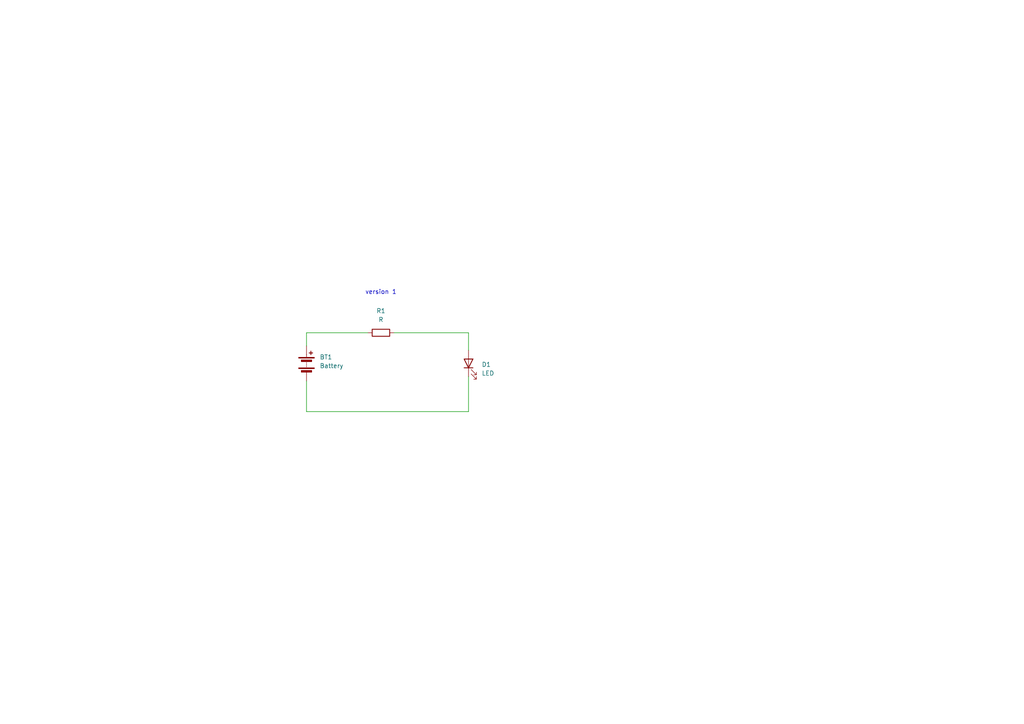
<source format=kicad_sch>
(kicad_sch (version 20250114) (generator "eeschema") (generator_version "9.0")
  (paper "A4")
  (lib_symbols
    (symbol "Device:Battery" (pin_numbers (hide yes)) (pin_names (offset 0) (hide yes))
      (property "Reference" "BT" (at 2.54 2.54 0))
      (property "Value" "Battery" (at 2.54 0 0))
      (symbol "Battery_0_1"
        (rectangle (start -2.286 1.778) (end 2.286 1.524) (fill (type outline)))
        (rectangle (start -2.286 -1.27) (end 2.286 -1.524) (fill (type outline)))
        (rectangle (start -1.524 1.016) (end 1.524 0.508) (fill (type outline)))
        (rectangle (start -1.524 -2.032) (end 1.524 -2.54) (fill (type outline)))
        (polyline (pts (xy 0 1.778) (xy 0 2.54)))
        (polyline (pts (xy 0 0) (xy 0 0.254)))
        (polyline (pts (xy 0 -0.508) (xy 0 -0.254)))
        (polyline (pts (xy 0 -1.016) (xy 0 -0.762)))
        (polyline (pts (xy 0.762 3.048) (xy 1.778 3.048)) (stroke (width 0.254)))
        (polyline (pts (xy 1.27 3.556) (xy 1.27 2.54)) (stroke (width 0.254)))
      )
      (symbol "Battery_1_1"
        (pin passive line (at 0 5.08 270) (length 2.54) (name "+") (number "1"))
        (pin passive line (at 0 -5.08 90) (length 2.54) (name "-") (number "2"))
      )
    )
    (symbol "Device:LED" (pin_numbers (hide yes)) (pin_names (offset 1.016) (hide yes))
      (property "Reference" "D" (at 0 2.54 0))
      (property "Value" "LED" (at 0 -2.54 0))
      (symbol "LED_0_1"
        (polyline (pts (xy -3.048 -0.762) (xy -4.572 -2.286) (xy -3.81 -2.286) (xy -4.572 -2.286) (xy -4.572 -1.524)))
        (polyline (pts (xy -1.778 -0.762) (xy -3.302 -2.286) (xy -2.54 -2.286) (xy -3.302 -2.286) (xy -3.302 -1.524)))
        (polyline (pts (xy -1.27 0) (xy 1.27 0)))
        (polyline (pts (xy -1.27 -1.27) (xy -1.27 1.27)) (stroke (width 0.254)))
        (polyline (pts (xy 1.27 -1.27) (xy 1.27 1.27) (xy -1.27 0) (xy 1.27 -1.27)) (stroke (width 0.254)))
      )
      (symbol "LED_1_1"
        (pin passive line (at -3.81 0 0) (length 2.54) (name "K") (number "1"))
        (pin passive line (at 3.81 0 180) (length 2.54) (name "A") (number "2"))
      )
    )
    (symbol "Device:R" (pin_numbers (hide yes)) (pin_names (offset 0))
      (property "Reference" "R" (at 2.032 0 90))
      (property "Value" "R" (at 0 0 90))
      (symbol "R_0_1"
        (rectangle (start -1.016 -2.54) (end 1.016 2.54) (stroke (width 0.254)))
      )
      (symbol "R_1_1"
        (pin passive line (at 0 3.81 270) (length 1.27) (name "~") (number "1"))
        (pin passive line (at 0 -3.81 90) (length 1.27) (name "~") (number "2"))
      )
    )
  )
  (text "version 1" (at 110.49 84.836 0) (effects (font (size 1.27 1.27))))
  (wire (pts (xy 88.9 96.52) (xy 106.68 96.52)))
  (wire (pts (xy 88.9 110.49) (xy 88.9 119.38)))
  (wire (pts (xy 88.9 119.38) (xy 135.89 119.38)))
  (wire (pts (xy 88.9 100.33) (xy 88.9 96.52)))
  (wire (pts (xy 135.89 96.52) (xy 135.89 101.6)))
  (wire (pts (xy 135.89 119.38) (xy 135.89 109.22)))
  (wire (pts (xy 114.3 96.52) (xy 135.89 96.52)))
  (symbol (lib_id "Device:R") (at 110.49 96.52 90) (unit 1)
    (property "Reference" "R1" (at 110.49 90.17 90))
    (property "Value" "R" (at 110.49 92.71 90))
    (property "Description" "Resistor" (effects (hide yes)))
  )
  (symbol (lib_id "Device:LED") (at 135.89 105.41 90) (unit 1)
    (property "Reference" "D1" (at 139.7 105.7274 90) (effects (justify right)))
    (property "Value" "LED" (at 139.7 108.2674 90) (effects (justify right)))
    (property "Description" "Light emitting diode" (effects (hide yes)))
    (property "Sim.Pins" "1=K 2=A" (effects (hide yes)))
  )
  (symbol (lib_id "Device:Battery") (at 88.9 105.41 0) (unit 1)
    (property "Reference" "BT1" (at 92.71 103.5684 0) (effects (justify left)))
    (property "Value" "Battery" (at 92.71 106.1084 0) (effects (justify left)))
    (property "Description" "Multiple-cell battery" (effects (hide yes)))
  )
)
</source>
